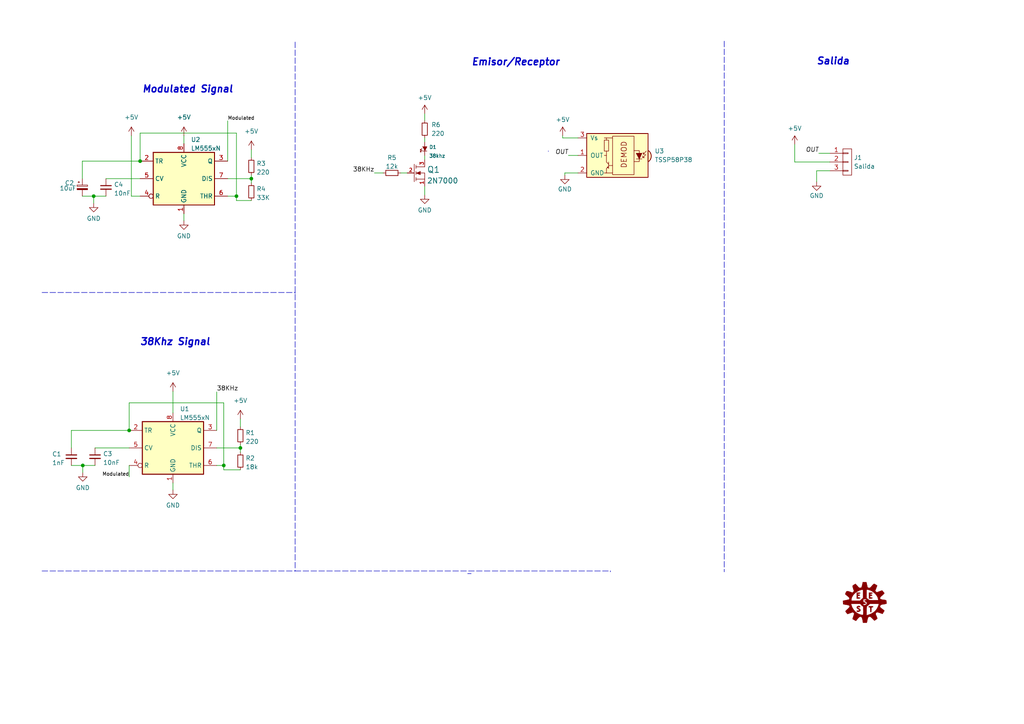
<source format=kicad_sch>
(kicad_sch (version 20211123) (generator eeschema)
  (paper "A4")
  (title_block (title "Sensor proximidad IR") (date "2022-09-18") (rev "0.1") (company "E.E.S.T. N°5 \"2 de Abril\" de Temperley") (comment 1 "Autor: Leandro Benitez"))
  (lib_symbols
    (symbol "Device:C_Polarized_Small" (pin_numbers hide) (pin_names (offset 0.254) hide)
      (property "Reference" "C" (at 0.254 1.778 0))
      (property "Value" "C_Polarized_Small" (at 0.254 -2.032 0))
      (symbol "C_Polarized_Small_0_1"
        (rectangle (start -1.524 -0.3048) (end 1.524 -0.6858) (fill (type outline)))
        (rectangle (start -1.524 0.6858) (end 1.524 0.3048))
        (polyline (pts (xy -1.27 1.524) (xy -0.762 1.524)))
        (polyline (pts (xy -1.016 1.27) (xy -1.016 1.778)))
      )
      (symbol "C_Polarized_Small_1_1"
        (pin passive line (at 0 2.54 270) (length 1.8542) (name "~") (number "1"))
        (pin passive line (at 0 -2.54 90) (length 1.8542) (name "~") (number "2"))
      )
    )
    (symbol "Device:C_Small" (pin_numbers hide) (pin_names (offset 0.254) hide)
      (property "Reference" "C" (at 0.254 1.778 0))
      (property "Value" "C_Small" (at 0.254 -2.032 0))
      (symbol "C_Small_0_1"
        (polyline (pts (xy -1.524 -0.508) (xy 1.524 -0.508)) (stroke (width 0.3302)))
        (polyline (pts (xy -1.524 0.508) (xy 1.524 0.508)) (stroke (width 0.3048)))
      )
      (symbol "C_Small_1_1"
        (pin passive line (at 0 2.54 270) (length 2.032) (name "~") (number "1"))
        (pin passive line (at 0 -2.54 90) (length 2.032) (name "~") (number "2"))
      )
    )
    (symbol "Device:R_Small" (pin_numbers hide) (pin_names (offset 0.254) hide)
      (property "Reference" "R" (at 0.762 0.508 0))
      (property "Value" "R_Small" (at 0.762 -1.016 0))
      (symbol "R_Small_0_1"
        (rectangle (start -0.762 1.778) (end 0.762 -1.778) (stroke (width 0.2032)))
      )
      (symbol "R_Small_1_1"
        (pin passive line (at 0 2.54 270) (length 0.762) (name "~") (number "1"))
        (pin passive line (at 0 -2.54 90) (length 0.762) (name "~") (number "2"))
      )
    )
    (symbol "EESTN5:2N7000" (pin_names (offset 0.762) hide)
      (property "Reference" "Q" (at -2.4638 6.35 0))
      (property "Value" "2N7000" (at 0 -6.35 0))
      (symbol "2N7000_0_1"
        (polyline (pts (xy -0.508 2.54) (xy -0.508 -2.54) (xy -0.508 -2.54)) (fill (type outline)))
        (polyline (pts (xy 0 -2.286) (xy 0 -1.27) (xy 0 -1.27)) (fill (type outline)))
        (polyline (pts (xy 0 -0.508) (xy 0 0.508) (xy 0 0.508)) (fill (type outline)))
        (polyline (pts (xy 0 1.27) (xy 0 2.286) (xy 0 2.286)) (fill (type outline)))
        (polyline (pts (xy 0 1.778) (xy 2.54 1.778) (xy 2.54 1.778)))
        (polyline (pts (xy 1.27 0.508) (xy 1.27 -0.508) (xy 0 0) (xy 0 0)) (fill (type outline)))
        (polyline (pts (xy 0 -1.778) (xy 2.54 -1.778) (xy 2.54 0) (xy 1.27 0) (xy 1.27 0)))
      )
      (symbol "2N7000_1_1"
        (pin passive line (at 2.54 -3.81 90) (length 2.032) (name "S") (number "1"))
        (pin input line (at -2.54 0 0) (length 2.032) (name "G") (number "2"))
        (pin passive line (at 2.54 3.81 270) (length 2.032) (name "D") (number "3"))
      )
    )
    (symbol "EESTN5:Conn_01X03" (pin_names (offset 1.016) hide)
      (property "Reference" "J" (at 0 5.08 0))
      (property "Value" "Conn_01X03" (at 0 -5.08 0))
      (symbol "Conn_01X03_0_1"
        (rectangle (start -1.27 -2.413) (end 0.254 -2.667))
        (rectangle (start -1.27 0.127) (end 0.254 -0.127))
        (rectangle (start -1.27 2.667) (end 0.254 2.413))
        (rectangle (start -1.27 3.81) (end 1.27 -3.81))
      )
      (symbol "Conn_01X03_1_1"
        (pin passive line (at -5.08 2.54 0) (length 3.81) (name "P1") (number "1"))
        (pin passive line (at -5.08 0 0) (length 3.81) (name "P2") (number "2"))
        (pin passive line (at -5.08 -2.54 0) (length 3.81) (name "P3") (number "3"))
      )
    )
    (symbol "EESTN5:LED" (pin_numbers hide) (pin_names (offset 1.016) hide)
      (property "Reference" "LED" (at 0 2.54 0))
      (property "Value" "LED" (at 0 -2.54 0))
      (symbol "LED_0_1"
        (polyline (pts (xy 0.508 -0.762) (xy 1.016 -1.27) (xy 1.016 -1.27)))
        (polyline (pts (xy 1.016 -0.762) (xy 1.524 -1.27) (xy 1.524 -1.27)))
        (polyline (pts (xy 1.27 -0.635) (xy 1.27 0.635) (xy 1.27 0.635)))
        (polyline (pts (xy 1.27 0) (xy 0 0.635) (xy 0 -0.635) (xy 0 -0.635)) (fill (type outline)))
        (polyline (pts (xy 1.524 -1.27) (xy 1.27 -1.27) (xy 1.524 -1.016) (xy 1.524 -1.27) (xy 1.524 -1.27)) (fill (type outline)))
        (polyline (pts (xy 1.016 -1.27) (xy 0.762 -1.27) (xy 1.016 -1.016) (xy 1.016 -1.27) (xy 1.016 -1.27) (xy 1.016 -1.27)) (fill (type outline)))
      )
      (symbol "LED_1_1"
        (pin passive line (at -1.27 0 0) (length 1.27) (name "A") (number "1"))
        (pin passive line (at 2.54 0 180) (length 1.27) (name "K") (number "2"))
      )
    )
    (symbol "EESTN5:LOGO_ROTULO" (pin_names (offset 1.016))
      (symbol "LOGO_ROTULO_0_0"
        (polyline (pts (xy 1.8034 -2.921) (xy 1.8796 -2.8194) (xy 1.905 -2.6162) (xy 1.9304 -2.2352) (xy 1.9304 -1.7272) (xy 1.9558 -1.5748) (xy 2.032 -1.524) (xy 2.1844 -1.524) (xy 2.3368 -1.4732) (xy 2.4384 -1.3716) (xy 2.413 -1.3208) (xy 2.3368 -1.2446) (xy 2.1336 -1.2192) (xy 1.2954 -1.2192) (xy 1.143 -1.27) (xy 1.1176 -1.3716) (xy 1.143 -1.4478) (xy 1.3716 -1.524) (xy 1.4224 -1.524) (xy 1.524 -1.5494) (xy 1.5748 -1.6256) (xy 1.6002 -1.8542) (xy 1.6256 -2.2352) (xy 1.6256 -2.7432) (xy 1.6764 -2.8956) (xy 1.778 -2.9464) (xy 1.8034 -2.921)) (stroke (width 0.0254)) (fill (type outline)))
        (polyline (pts (xy -1.5748 1.0414) (xy -1.397 1.0922) (xy -1.3208 1.1684) (xy -1.3462 1.1938) (xy -1.4224 1.2954) (xy -1.6764 1.3208) (xy -1.905 1.3462) (xy -2.0066 1.4224) (xy -2.032 1.5748) (xy -2.032 1.7018) (xy -1.9558 1.8034) (xy -1.7272 1.8288) (xy -1.524 1.8796) (xy -1.4224 1.9812) (xy -1.4986 2.1082) (xy -1.7272 2.1336) (xy -1.9558 2.1844) (xy -2.032 2.286) (xy -2.032 2.3114) (xy -1.9558 2.413) (xy -1.6764 2.4384) (xy -1.651 2.4638) (xy -1.4224 2.4892) (xy -1.3208 2.5908) (xy -1.3716 2.6924) (xy -1.524 2.7432) (xy -2.3368 2.7432) (xy -2.3368 1.016) (xy -1.8288 1.016) (xy -1.5748 1.0414)) (stroke (width 0.0254)) (fill (type outline)))
        (polyline (pts (xy 1.9812 1.0414) (xy 2.159 1.0922) (xy 2.2352 1.1684) (xy 2.2098 1.1938) (xy 2.1336 1.2954) (xy 1.8796 1.3208) (xy 1.651 1.3462) (xy 1.5494 1.4224) (xy 1.524 1.5748) (xy 1.524 1.7018) (xy 1.6002 1.8034) (xy 1.8288 1.8288) (xy 2.032 1.8796) (xy 2.1336 1.9812) (xy 2.0574 2.1082) (xy 1.8288 2.1336) (xy 1.6002 2.1844) (xy 1.524 2.286) (xy 1.524 2.3114) (xy 1.6002 2.413) (xy 1.8796 2.4384) (xy 1.905 2.4638) (xy 2.1336 2.4892) (xy 2.2352 2.5908) (xy 2.1844 2.6924) (xy 2.032 2.7432) (xy 1.2192 2.7432) (xy 1.2192 1.016) (xy 1.7272 1.016) (xy 1.9812 1.0414)) (stroke (width 0.0254)) (fill (type outline)))
        (polyline (pts (xy -1.6256 -2.7686) (xy -1.4224 -2.667) (xy -1.27 -2.4892) (xy -1.2446 -2.2606) (xy -1.397 -2.0066) (xy -1.778 -1.778) (xy -1.905 -1.6764) (xy -2.032 -1.524) (xy -2.032 -1.4478) (xy -1.9304 -1.4224) (xy -1.4732 -1.4732) (xy -1.3716 -1.4478) (xy -1.3462 -1.3208) (xy -1.4732 -1.1684) (xy -1.7272 -1.1176) (xy -1.9812 -1.143) (xy -2.1844 -1.27) (xy -2.2606 -1.3208) (xy -2.3368 -1.5748) (xy -2.2352 -1.8288) (xy -1.9304 -2.032) (xy -1.6764 -2.2098) (xy -1.6002 -2.3368) (xy -1.6764 -2.4384) (xy -1.9558 -2.4638) (xy -1.9812 -2.4638) (xy -2.2606 -2.4892) (xy -2.3622 -2.6162) (xy -2.286 -2.7686) (xy -2.159 -2.8194) (xy -1.905 -2.8194) (xy -1.6256 -2.7686)) (stroke (width 0.0254)) (fill (type outline)))
        (polyline (pts (xy 0.762 -5.1816) (xy 0.8128 -4.953) (xy 0.9144 -4.6228) (xy 0.9906 -4.445) (xy 1.0922 -4.318) (xy 1.2446 -4.2418) (xy 1.3716 -4.2164) (xy 1.524 -4.2164) (xy 1.6764 -4.2926) (xy 1.8796 -4.4704) (xy 2.794 -5.3848) (xy 3.2258 -5.1054) (xy 3.3782 -5.0038) (xy 3.556 -4.8514) (xy 3.6576 -4.7498) (xy 3.6068 -4.6482) (xy 3.5306 -4.4196) (xy 3.4036 -4.0894) (xy 3.302 -3.8862) (xy 3.175 -3.5814) (xy 3.1496 -3.3782) (xy 3.2004 -3.2258) (xy 3.429 -2.9972) (xy 3.556 -2.9464) (xy 3.7084 -2.9718) (xy 3.9624 -3.0226) (xy 4.3688 -3.1496) (xy 5.1562 -3.429) (xy 5.4102 -2.9718) (xy 5.5118 -2.8194) (xy 5.6388 -2.5908) (xy 5.6896 -2.4892) (xy 5.6642 -2.4892) (xy 5.5626 -2.3622) (xy 5.3086 -2.1844) (xy 5.0038 -1.9558) (xy 4.6736 -1.6764) (xy 4.445 -1.4732) (xy 4.3942 -1.3208) (xy 4.4196 -1.27) (xy 4.4704 -1.0922) (xy 4.572 -0.9144) (xy 4.7752 -0.762) (xy 5.0292 -0.7112) (xy 5.1308 -0.6858) (xy 5.4356 -0.6604) (xy 5.7658 -0.5842) (xy 6.2992 -0.4826) (xy 6.2992 0.0254) (xy 6.2738 0.0508) (xy 6.2738 0.3048) (xy 6.223 0.4572) (xy 6.096 0.5588) (xy 5.842 0.6096) (xy 5.4356 0.6604) (xy 5.1054 0.7112) (xy 4.7752 0.7874) (xy 4.572 0.8382) (xy 4.4704 0.9398) (xy 4.4196 1.0922) (xy 4.4196 1.2446) (xy 4.5212 1.397) (xy 4.699 1.6256) (xy 5.0292 1.905) (xy 5.1562 2.0066) (xy 5.6134 2.4638) (xy 5.6642 2.54) (xy 5.6642 2.5908) (xy 5.5372 2.7686) (xy 5.334 2.9972) (xy 5.0292 3.3782) (xy 3.4544 2.8194) (xy 3.2258 3.0226) (xy 2.9972 3.2512) (xy 3.302 3.9878) (xy 3.3274 4.0894) (xy 3.4544 4.4196) (xy 3.556 4.6736) (xy 3.5814 4.7752) (xy 3.5052 4.8514) (xy 3.302 4.9784) (xy 3.048 5.1308) (xy 2.8448 5.2324) (xy 2.7178 5.2832) (xy 2.6924 5.2832) (xy 2.5908 5.2324) (xy 2.4384 5.1054) (xy 2.2098 4.8768) (xy 1.8796 4.4958) (xy 1.524 4.1402) (xy 1.3716 4.0894) (xy 1.143 4.1148) (xy 0.889 4.2164) (xy 0.7874 4.3434) (xy 0.7366 4.5974) (xy 0.635 5.0038) (xy 0.4572 5.7912) (xy -0.5842 5.7912) (xy -0.7112 5.1054) (xy -0.8128 4.699) (xy -0.889 4.4196) (xy -0.9652 4.2418) (xy -1.0922 4.1656) (xy -1.2954 4.1148) (xy -1.524 4.1148) (xy -1.6764 4.191) (xy -1.8796 4.3688) (xy -2.1336 4.6736) (xy -2.6924 5.2832) (xy -3.0988 5.0546) (xy -3.2258 4.953) (xy -3.4544 4.8006) (xy -3.556 4.6736) (xy -3.5306 4.5212) (xy -3.4544 4.2164) (xy -3.3528 3.8608) (xy -3.1242 3.175) (xy -3.3528 2.9464) (xy -3.556 2.7178) (xy -4.0386 2.8956) (xy -4.572 3.0734) (xy -4.9022 3.1496) (xy -5.0546 3.1496) (xy -5.2324 3.1242) (xy -5.3594 3.0226) (xy -5.5118 2.7432) (xy -5.5626 2.6162) (xy -5.6388 2.3876) (xy -5.6388 2.2606) (xy -5.5118 2.1336) (xy -5.2832 1.9558) (xy -4.9784 1.7018) (xy -4.7752 1.524) (xy -4.5466 1.3208) (xy -4.4704 1.143) (xy -4.445 0.9906) (xy -4.4704 0.889) (xy -4.5212 0.8128) (xy -4.6228 0.7366) (xy -4.826 0.6858) (xy -5.1562 0.6096) (xy -5.6388 0.508) (xy -6.1722 0.4064) (xy -3.8608 0.4064) (xy -3.8608 0.7874) (xy -3.8354 1.1176) (xy -3.6068 1.6256) (xy -3.2512 2.159) (xy -2.7686 2.6416) (xy -2.6416 2.7432) (xy -2.159 3.048) (xy -1.651 3.3274) (xy -1.1684 3.5052) (xy -0.762 3.556) (xy -0.508 3.556) (xy -0.508 1.1938) (xy -0.5588 1.143) (xy 0.508 1.143) (xy 0.508 3.429) (xy 0.5588 3.5814) (xy 0.6096 3.6322) (xy 0.6858 3.6322) (xy 0.9144 3.5814) (xy 1.1938 3.5052) (xy 1.3462 3.4798) (xy 1.9304 3.2512) (xy 2.4892 2.8702) (xy 2.9972 2.413) (xy 3.429 1.905) (xy 3.7338 1.3716) (xy 3.8608 0.8636) (xy 3.9116 0.5588) (xy 2.5654 0.5334) (xy 2.0066 0.5334) (xy 1.5748 0.5588) (xy 1.2954 0.5842) (xy 1.2192 0.6096) (xy 1.0668 0.762) (xy 0.8636 0.9144) (xy 0.508 1.143) (xy -0.5588 1.143) (xy -0.9398 0.8128) (xy -1.3716 0.4064) (xy -3.8608 0.4064) (xy -6.1722 0.4064) (xy -6.3246 0.381) (xy -6.2992 -0.127) (xy -6.2738 -0.508) (xy -3.9878 -0.508) (xy -1.3208 -0.508) (xy -1.1938 -0.6604) (xy -0.508 -0.6604) (xy -0.4318 -0.5588) (xy -0.127 -0.5334) (xy 0.0762 -0.5334) (xy 0.2032 -0.4826) (xy 0.254 -0.3556) (xy 0.2286 -0.2794) (xy 0.1524 -0.1524) (xy -0.0762 -0.1016) (xy -0.2032 -0.1016) (xy -0.3556 -0.0508) (xy -0.4064 0.1016) (xy -0.4064 0.8128) (xy 0.2286 0.8128) (xy 0.4318 0.762) (xy 0.508 0.6604) (xy 0.4318 0.5588) (xy 0.2032 0.508) (xy 0 0.4826) (xy -0.1016 0.4064) (xy -0.0254 0.2794) (xy 0.2286 0.1524) (xy 0.3556 0.127) (xy 0.508 -0.0254) (xy 0.5842 -0.254) (xy 0.5842 -0.2794) (xy 0.5588 -0.5588) (xy 0.381 -0.7366) (xy 0.3302 -0.762) (xy 0.0508 -0.8636) (xy -0.2286 -0.889) (xy -0.4318 -0.8128) (xy -0.508 -0.6604) (xy -1.1938 -0.6604) (xy -1.016 -0.8636) (xy -0.9144 -0.9652) (xy -0.7112 -1.143) (xy -0.5588 -1.2192) (xy -0.508 -1.2192) (xy -0.4572 -1.3462) (xy -0.4318 -1.5494) (xy -0.4318 -1.9304) (xy -0.4318 -2.032) (xy 0.508 -2.032) (xy 0.5334 -1.5748) (xy 0.5588 -1.2954) (xy 0.5842 -1.2192) (xy 0.6604 -1.1938) (xy 0.8382 -1.0414) (xy 1.0922 -0.8636) (xy 1.4732 -0.508) (xy 4.064 -0.508) (xy 3.9878 -0.8382) (xy 3.9878 -0.889) (xy 3.81 -1.3462) (xy 3.556 -1.8542) (xy 3.2258 -2.3368) (xy 2.921 -2.667) (xy 2.6924 -2.8448) (xy 2.3114 -3.1242) (xy 1.9304 -3.3274) (xy 1.6256 -3.4798) (xy 1.2192 -3.6322) (xy 0.9144 -3.7338) (xy 0.508 -3.8354) (xy 0.508 -2.032) (xy -0.4318 -2.032) (xy -0.4064 -2.4892) (xy -0.4064 -2.8448) (xy -0.4318 -3.302) (xy -0.4572 -3.5814) (xy -0.5588 -3.7084) (xy -0.7366 -3.7592) (xy -0.9906 -3.683) (xy -1.3716 -3.5814) (xy -1.9304 -3.3528) (xy -2.6162 -2.8956) (xy -3.175 -2.286) (xy -3.6322 -1.5748) (xy -3.9116 -0.7874) (xy -3.9878 -0.508) (xy -6.2738 -0.508) (xy -6.2484 -0.635) (xy -5.3848 -0.7874) (xy -5.0546 -0.8382) (xy -4.7498 -0.9144) (xy -4.572 -0.9652) (xy -4.4704 -1.0668) (xy -4.4196 -1.1938) (xy -4.4196 -1.3716) (xy -4.4958 -1.524) (xy -4.6736 -1.7272) (xy -4.9784 -2.032) (xy -5.08 -2.1082) (xy -5.5372 -2.5654) (xy -5.6134 -2.6924) (xy -5.588 -2.7178) (xy -5.4864 -2.8956) (xy -5.3086 -3.1242) (xy -5.0292 -3.4798) (xy -4.2164 -3.2004) (xy -3.8608 -3.0734) (xy -3.6068 -2.9972) (xy -3.429 -2.9972) (xy -3.3274 -3.0226) (xy -3.2258 -3.1242) (xy -3.1496 -3.2258) (xy -3.0988 -3.3274) (xy -3.0988 -3.4798) (xy -3.175 -3.7084) (xy -3.302 -4.1148) (xy -3.3528 -4.2418) (xy -3.4544 -4.572) (xy -3.5306 -4.826) (xy -3.5306 -4.9276) (xy -3.5052 -4.953) (xy -3.302 -5.0546) (xy -3.048 -5.207) (xy -2.5654 -5.461) (xy -2.0574 -4.826) (xy -1.7526 -4.4958) (xy -1.524 -4.318) (xy -1.3462 -4.2418) (xy -1.1684 -4.2418) (xy -1.016 -4.2926) (xy -0.9144 -4.3942) (xy -0.8128 -4.5974) (xy -0.7112 -4.9276) (xy -0.6096 -5.4102) (xy -0.508 -5.9944) (xy 0.5842 -5.9944) (xy 0.762 -5.1816)) (stroke (width 0.0254)) (fill (type outline)))
      )
    )
    (symbol "Sensor_Proximity:TSSP58P38" (pin_names (offset 1.016))
      (property "Reference" "U" (at -10.16 7.62 0))
      (property "Value" "TSSP58P38" (at -10.16 -7.62 0))
      (symbol "TSSP58P38_0_0"
        (arc (start -10.287 1.397) (mid -11.0899 -0.1905) (end -10.287 -1.778) (stroke (width 0.254)) (fill (type background)))
        (polyline (pts (xy 1.905 -5.08) (xy 0.127 -5.08)))
        (polyline (pts (xy 1.905 5.08) (xy 0.127 5.08)))
        (text "DEMOD" (at -3.175 0.254 900) (effects (font (size 1.524 1.524))))
      )
      (symbol "TSSP58P38_0_1"
        (rectangle (start -6.096 5.588) (end 0.127 -5.588))
        (polyline (pts (xy -8.763 0.381) (xy -9.652 1.27)))
        (polyline (pts (xy -8.763 0.381) (xy -9.271 0.381)))
        (polyline (pts (xy -8.763 0.381) (xy -8.763 0.889)))
        (polyline (pts (xy -8.636 -0.635) (xy -9.525 0.254)))
        (polyline (pts (xy -8.636 -0.635) (xy -9.144 -0.635)))
        (polyline (pts (xy -8.636 -0.635) (xy -8.636 -0.127)))
        (polyline (pts (xy -8.382 -1.016) (xy -6.731 -1.016)))
        (polyline (pts (xy 1.27 -2.921) (xy 0.127 -2.921)))
        (polyline (pts (xy 1.27 -1.905) (xy 1.27 -3.81)))
        (polyline (pts (xy 1.397 -3.556) (xy 1.524 -3.556)))
        (polyline (pts (xy 1.651 -3.556) (xy 1.524 -3.556)))
        (polyline (pts (xy 1.651 -3.556) (xy 1.651 -3.302)))
        (polyline (pts (xy 1.905 0) (xy 1.905 1.27)))
        (polyline (pts (xy 1.905 4.445) (xy 1.905 5.08) (xy 2.54 5.08)))
        (polyline (pts (xy -8.382 0.635) (xy -6.731 0.635) (xy -7.62 -1.016) (xy -8.382 0.635)) (fill (type outline)))
        (polyline (pts (xy -6.096 1.397) (xy -7.62 1.397) (xy -7.62 -1.778) (xy -6.096 -1.778)))
        (polyline (pts (xy 1.27 -3.175) (xy 1.905 -3.81) (xy 1.905 -5.08) (xy 2.54 -5.08)))
        (polyline (pts (xy 1.27 -2.54) (xy 1.905 -1.905) (xy 1.905 0) (xy 2.54 0)))
        (rectangle (start 2.54 1.27) (end 1.27 4.445))
        (rectangle (start 7.62 6.35) (end -10.16 -6.35) (stroke (width 0.254)) (fill (type background)))
      )
      (symbol "TSSP58P38_1_1"
        (pin output line (at 10.16 0 180) (length 2.54) (name "OUT") (number "1"))
        (pin power_in line (at 10.16 -5.08 180) (length 2.54) (name "GND") (number "2"))
        (pin power_in line (at 10.16 5.08 180) (length 2.54) (name "Vs") (number "3"))
      )
    )
    (symbol "Timer:LM555xN"
      (property "Reference" "U" (at -10.16 8.89 0))
      (property "Value" "LM555xN" (at 2.54 8.89 0))
      (symbol "LM555xN_0_0"
        (pin power_in line (at 0 -10.16 90) (length 2.54) (name "GND") (number "1"))
        (pin power_in line (at 0 10.16 270) (length 2.54) (name "VCC") (number "8"))
      )
      (symbol "LM555xN_0_1"
        (rectangle (start -8.89 -7.62) (end 8.89 7.62) (stroke (width 0.254)) (fill (type background)))
        (rectangle (start -8.89 -7.62) (end 8.89 7.62) (stroke (width 0.254)) (fill (type background)))
      )
      (symbol "LM555xN_1_1"
        (pin input line (at -12.7 5.08 0) (length 3.81) (name "TR") (number "2"))
        (pin output line (at 12.7 5.08 180) (length 3.81) (name "Q") (number "3"))
        (pin input inverted (at -12.7 -5.08 0) (length 3.81) (name "R") (number "4"))
        (pin input line (at -12.7 0 0) (length 3.81) (name "CV") (number "5"))
        (pin input line (at 12.7 -5.08 180) (length 3.81) (name "THR") (number "6"))
        (pin input line (at 12.7 0 180) (length 3.81) (name "DIS") (number "7"))
      )
    )
    (symbol "power:+5V" (power) (pin_names (offset 0))
      (property "Value" "+5V" (at 0 3.556 0))
      (symbol "+5V_0_1"
        (polyline (pts (xy -0.762 1.27) (xy 0 2.54)))
        (polyline (pts (xy 0 0) (xy 0 2.54)))
        (polyline (pts (xy 0 2.54) (xy 0.762 1.27)))
      )
      (symbol "+5V_1_1"
        (pin power_in line (at 0 0 90) (length 0) hide (name "+5V") (number "1"))
      )
    )
    (symbol "power:GND" (power) (pin_names (offset 0))
      (property "Value" "GND" (at 0 -3.81 0))
      (symbol "GND_0_1"
        (polyline (pts (xy 0 0) (xy 0 -1.27) (xy 1.27 -1.27) (xy 0 -2.54) (xy -1.27 -1.27) (xy 0 -1.27)))
      )
      (symbol "GND_1_1"
        (pin power_in line (at 0 0 270) (length 0) hide (name "GND") (number "1"))
      )
    )
  )
  (junction (at 40.64 46.736))
  (junction (at 64.897 135.001))
  (junction (at 69.723 129.921))
  (junction (at 24.003 135.001))
  (junction (at 27.178 56.896))
  (junction (at 68.58 56.896))
  (junction (at 37.465 124.841))
  (junction (at 72.898 51.816))
  (polyline (pts (xy 85.598 165.608) (xy 177.038 165.608)))
  (wire (pts (xy 20.701 124.841) (xy 37.465 124.841)))
  (wire (pts (xy 23.876 46.736) (xy 40.64 46.736)))
  (wire (pts (xy 66.04 35.052) (xy 66.04 46.736)))
  (wire (pts (xy 68.58 38.608) (xy 40.64 38.608)))
  (wire (pts (xy 64.897 136.271) (xy 69.723 136.271)))
  (wire (pts (xy 66.04 51.816) (xy 72.898 51.816)))
  (wire (pts (xy 237.49 44.45) (xy 240.665 44.45)))
  (wire (pts (xy 236.855 49.53) (xy 240.665 49.53)))
  (wire (pts (xy 23.876 56.896) (xy 27.178 56.896)))
  (polyline (pts (xy 12.192 84.836) (xy 85.598 84.836)))
  (wire (pts (xy 20.701 135.001) (xy 24.003 135.001)))
  (wire (pts (xy 37.465 124.841) (xy 37.465 116.84)))
  (polyline (pts (xy 12.192 165.608) (xy 85.598 165.608)))
  (wire (pts (xy 62.865 113.665) (xy 62.865 124.841)))
  (polyline (pts (xy 177.038 165.608) (xy 177.038 165.862)))
  (wire (pts (xy 123.19 45.085) (xy 123.19 46.355)))
  (wire (pts (xy 108.585 50.165) (xy 111.125 50.165)))
  (wire (pts (xy 69.723 128.905) (xy 69.723 129.921)))
  (wire (pts (xy 40.64 38.608) (xy 40.64 46.736)))
  (wire (pts (xy 64.897 136.271) (xy 64.897 135.001)))
  (wire (pts (xy 236.855 52.705) (xy 236.855 49.53)))
  (wire (pts (xy 164.846 45.085) (xy 167.64 45.085)))
  (wire (pts (xy 50.165 113.538) (xy 50.165 119.761)))
  (wire (pts (xy 24.003 135.001) (xy 24.003 137.033)))
  (wire (pts (xy 64.897 116.84) (xy 64.897 135.001)))
  (wire (pts (xy 68.58 56.896) (xy 68.58 58.166)))
  (wire (pts (xy 68.58 58.166) (xy 72.898 58.166)))
  (polyline (pts (xy 135.636 166.37) (xy 136.652 166.37)))
  (wire (pts (xy 163.195 40.005) (xy 163.195 39.37)))
  (wire (pts (xy 62.865 129.921) (xy 69.723 129.921)))
  (wire (pts (xy 72.898 43.434) (xy 72.898 45.72)))
  (wire (pts (xy 163.83 50.165) (xy 163.83 50.8)))
  (wire (pts (xy 64.897 135.001) (xy 62.865 135.001)))
  (wire (pts (xy 240.665 46.99) (xy 230.505 46.99)))
  (polyline (pts (xy 159.0548 43.9166) (xy 159.0548 43.7896)))
  (wire (pts (xy 167.64 50.165) (xy 163.83 50.165)))
  (wire (pts (xy 123.19 53.975) (xy 123.19 56.515)))
  (wire (pts (xy 30.734 51.816) (xy 40.64 51.816)))
  (wire (pts (xy 66.04 56.896) (xy 68.58 56.896)))
  (wire (pts (xy 24.003 135.001) (xy 27.559 135.001)))
  (wire (pts (xy 50.165 140.081) (xy 50.165 142.113)))
  (wire (pts (xy 27.178 56.896) (xy 27.178 58.928)))
  (wire (pts (xy 27.178 56.896) (xy 30.734 56.896)))
  (polyline (pts (xy 210.058 11.938) (xy 210.058 165.862)))
  (wire (pts (xy 72.898 51.816) (xy 72.898 53.086)))
  (wire (pts (xy 27.559 129.921) (xy 37.465 129.921)))
  (wire (pts (xy 72.898 50.8) (xy 72.898 51.816)))
  (wire (pts (xy 230.505 46.99) (xy 230.505 41.91)))
  (wire (pts (xy 38.1 56.896) (xy 40.64 56.896)))
  (wire (pts (xy 123.19 40.005) (xy 123.19 41.275)))
  (polyline (pts (xy 85.598 12.192) (xy 85.598 165.608)))
  (wire (pts (xy 123.19 33.02) (xy 123.19 34.925)))
  (wire (pts (xy 69.723 129.921) (xy 69.723 131.191)))
  (wire (pts (xy 167.64 40.005) (xy 163.195 40.005)))
  (wire (pts (xy 68.58 56.896) (xy 68.58 38.608)))
  (wire (pts (xy 23.876 51.816) (xy 23.876 46.736)))
  (wire (pts (xy 37.465 138.303) (xy 37.465 135.001)))
  (wire (pts (xy 69.723 121.539) (xy 69.723 123.825)))
  (wire (pts (xy 53.34 61.976) (xy 53.34 64.008)))
  (wire (pts (xy 53.34 39.37) (xy 53.34 41.656)))
  (wire (pts (xy 37.465 116.84) (xy 64.897 116.84)))
  (wire (pts (xy 38.1 39.37) (xy 38.1 56.896)))
  (polyline (pts (xy 85.598 84.836) (xy 85.598 85.09)))
  (wire (pts (xy 20.701 129.921) (xy 20.701 124.841)))
  (wire (pts (xy 116.205 50.165) (xy 118.11 50.165)))
  (text "Emisor/Receptor\n" (at 136.652 19.304 0) (effects (font (size 2 2) (thickness 0.4) bold italic) (justify left bottom)))
  (text "38Khz Signal \n" (at 40.513 100.457 0) (effects (font (size 2 2) (thickness 0.4) bold italic) (justify left bottom)))
  (text "Salida\n" (at 236.728 19.05 0) (effects (font (size 2 2) (thickness 0.4) bold italic) (justify left bottom)))
  (text "Modulated Signal " (at 41.148 27.178 0) (effects (font (size 2 2) (thickness 0.4) bold italic) (justify left bottom)))
  (label "OUT" (at 164.846 45.085 180) (effects (font italic)))
  (label "38KHz" (at 62.865 113.665 0))
  (label "Modulated" (at 37.465 138.303 180) (effects (font (size 1 1))))
  (label "OUT" (at 237.49 44.45 180) (effects (font italic)))
  (label "38KHz" (at 108.585 50.165 180))
  (label "Modulated" (at 66.04 35.052 0) (effects (font (size 1 1))))
  (symbol (lib_id "power:GND") (at 163.83 50.8 0) (mirror y) (unit 1)
    (property "Reference" "#PWR013" (effects hide))
    (property "Value" "GND" (at 163.83 54.864 0))
  )
  (symbol (lib_id "Timer:LM555xN") (at 53.34 51.816 0) (unit 1)
    (property "Reference" "U2" (at 55.3594 40.4962 0) (effects (justify left)))
    (property "Value" "LM555xN" (at 55.3594 43.0331 0) (effects (justify left)))
    (property "Footprint" "EESTN5:SOIC-8_Hand_Soldering" (effects hide))
    (property "Datasheet" "http://www.ti.com/lit/ds/symlink/lm555.pdf" (effects hide))
  )
  (symbol (lib_id "power:+5V") (at 72.898 43.434 0) (unit 1)
    (property "Reference" "#PWR09" (effects hide))
    (property "Value" "+5V" (at 72.898 38.0746 0))
  )
  (symbol (lib_id "EESTN5:LED") (at 123.19 42.545 270) (unit 1)
    (property "Reference" "D1" (at 124.46 42.672 90) (effects (font (size 1.016 1.016)) (justify left)))
    (property "Value" "38khz" (at 124.46 45.212 90) (effects (font (size 1.016 1.016)) (justify left)))
    (property "Footprint" "EESTN5:led_5mm_clear" (effects hide))
  )
  (symbol (lib_id "power:+5V") (at 38.1 39.37 0) (unit 1)
    (property "Reference" "#PWR03" (effects hide))
    (property "Value" "+5V" (at 38.1 34.0106 0))
  )
  (symbol (lib_id "power:GND") (at 24.003 137.033 0) (unit 1)
    (property "Reference" "#PWR01" (effects hide))
    (property "Value" "GND" (at 24.003 141.4764 0))
  )
  (symbol (lib_id "Device:C_Polarized_Small") (at 23.876 54.356 0) (unit 1)
    (property "Reference" "C2" (at 18.796 53.086 0) (effects (justify left)))
    (property "Value" "10uF" (at 17.272 54.61 0) (effects (justify left)))
    (property "Footprint" "EESTN5:CAP_ELEC_5x11mm" (effects hide))
  )
  (symbol (lib_id "Device:R_Small") (at 113.665 50.165 90) (unit 1)
    (property "Reference" "R5" (at 113.665 45.7286 90))
    (property "Value" "12k" (at 113.665 48.2655 90))
    (property "Footprint" "EESTN5:R_1206" (effects hide))
  )
  (symbol (lib_id "Device:R_Small") (at 123.19 37.465 180) (unit 1)
    (property "Reference" "R6" (at 125.095 36.1949 0) (effects (justify right)))
    (property "Value" "220" (at 125.095 38.7349 0) (effects (justify right)))
    (property "Footprint" "EESTN5:R_1206" (effects hide))
  )
  (symbol (lib_id "power:+5V") (at 50.165 113.538 0) (unit 1)
    (property "Reference" "#PWR04" (effects hide))
    (property "Value" "+5V" (at 50.165 108.1786 0))
  )
  (symbol (lib_id "power:+5V") (at 123.19 33.02 0) (unit 1)
    (property "Reference" "#PWR010" (effects hide))
    (property "Value" "+5V" (at 123.19 28.3464 0))
  )
  (symbol (lib_id "power:+5V") (at 230.505 41.91 0) (unit 1)
    (property "Reference" "#PWR014" (effects hide))
    (property "Value" "+5V" (at 230.505 37.2364 0))
  )
  (symbol (lib_id "Device:R_Small") (at 69.723 133.731 0) (unit 1)
    (property "Reference" "R2" (at 71.2216 132.8963 0) (effects (justify left)))
    (property "Value" "18k" (at 71.2216 135.4332 0) (effects (justify left)))
    (property "Footprint" "EESTN5:R_1206" (effects hide))
  )
  (symbol (lib_id "power:GND") (at 50.165 142.113 0) (unit 1)
    (property "Reference" "#PWR05" (effects hide))
    (property "Value" "GND" (at 50.165 146.5564 0))
  )
  (symbol (lib_id "power:+5V") (at 163.195 39.37 0) (unit 1)
    (property "Reference" "#PWR012" (effects hide))
    (property "Value" "+5V" (at 163.195 34.6964 0))
  )
  (symbol (lib_id "Device:R_Small") (at 72.898 55.626 0) (unit 1)
    (property "Reference" "R4" (at 74.3966 54.7913 0) (effects (justify left)))
    (property "Value" "33K" (at 74.3966 57.3282 0) (effects (justify left)))
    (property "Footprint" "EESTN5:R_1206" (effects hide))
  )
  (symbol (lib_id "power:GND") (at 123.19 56.515 0) (unit 1)
    (property "Reference" "#PWR011" (effects hide))
    (property "Value" "GND" (at 123.19 60.9584 0))
  )
  (symbol (lib_id "EESTN5:Conn_01X03") (at 245.745 46.99 0) (unit 1)
    (property "Reference" "J1" (at 247.65 45.7199 0) (effects (justify left)))
    (property "Value" "Salida" (at 247.65 48.2599 0) (effects (justify left)))
    (property "Footprint" "EESTN5:Pin_Strip_3" (effects hide))
  )
  (symbol (lib_id "Sensor_Proximity:TSSP58P38") (at 177.8 45.085 0) (mirror y) (unit 1)
    (property "Reference" "U3" (at 189.865 43.8149 0) (effects (justify right)))
    (property "Value" "TSSP58P38" (at 189.865 46.3549 0) (effects (justify right)))
    (property "Footprint" "OptoDevice:Vishay_MINICAST-3Pin" (effects hide))
    (property "Datasheet" "http://www.vishay.com/docs/82462/tsop581.pdf" (effects hide))
  )
  (symbol (lib_id "power:GND") (at 27.178 58.928 0) (unit 1)
    (property "Reference" "#PWR02" (effects hide))
    (property "Value" "GND" (at 27.178 63.3714 0))
  )
  (symbol (lib_id "Timer:LM555xN") (at 50.165 129.921 0) (unit 1)
    (property "Reference" "U1" (at 52.1844 118.6012 0) (effects (justify left)))
    (property "Value" "LM555xN" (at 52.1844 121.1381 0) (effects (justify left)))
    (property "Footprint" "EESTN5:SOIC-8_Hand_Soldering" (effects hide))
    (property "Datasheet" "http://www.ti.com/lit/ds/symlink/lm555.pdf" (effects hide))
  )
  (symbol (lib_id "Device:C_Small") (at 27.559 132.461 0) (unit 1)
    (property "Reference" "C3" (at 29.8831 131.6326 0) (effects (justify left)))
    (property "Value" "10nF" (at 29.8831 134.1695 0) (effects (justify left)))
    (property "Footprint" "EESTN5:C_1206" (effects hide))
  )
  (symbol (lib_id "Device:C_Small") (at 30.734 54.356 0) (unit 1)
    (property "Reference" "C4" (at 33.0581 53.5276 0) (effects (justify left)))
    (property "Value" "10nF" (at 33.0581 56.0645 0) (effects (justify left)))
    (property "Footprint" "EESTN5:C_1206" (effects hide))
  )
  (symbol (lib_id "power:GND") (at 53.34 64.008 0) (unit 1)
    (property "Reference" "#PWR07" (effects hide))
    (property "Value" "GND" (at 53.34 68.4514 0))
  )
  (symbol (lib_id "power:+5V") (at 69.723 121.539 0) (unit 1)
    (property "Reference" "#PWR08" (effects hide))
    (property "Value" "+5V" (at 69.723 116.1796 0))
  )
  (symbol (lib_id "power:+5V") (at 53.34 39.37 0) (unit 1)
    (property "Reference" "#PWR06" (effects hide))
    (property "Value" "+5V" (at 53.34 34.0106 0))
  )
  (symbol (lib_id "Device:R_Small") (at 72.898 48.26 0) (unit 1)
    (property "Reference" "R3" (at 74.3966 47.4253 0) (effects (justify left)))
    (property "Value" "220" (at 74.3966 49.9622 0) (effects (justify left)))
    (property "Footprint" "EESTN5:R_1206" (effects hide))
  )
  (symbol (lib_id "Device:C_Small") (at 20.701 132.461 0) (unit 1)
    (property "Reference" "C1" (at 15.113 131.699 0) (effects (justify left)))
    (property "Value" "1nF" (at 15.113 134.2359 0) (effects (justify left)))
    (property "Footprint" "EESTN5:C_1206" (effects hide))
  )
  (symbol (lib_id "EESTN5:2N7000") (at 120.65 50.165 0) (unit 1)
    (property "Reference" "Q1" (at 123.825 49.1888 0) (effects (font (size 1.778 1.778)) (justify left)))
    (property "Value" "2N7000" (at 123.825 52.4105 0) (effects (font (size 1.524 1.524)) (justify left)))
    (property "Footprint" "EESTN5:to92" (effects hide))
    (property "Datasheet" "http://www.onsemi.com/pub_link/Collateral/2N7000-D.PDF" (effects hide))
  )
  (symbol (lib_id "EESTN5:LOGO_ROTULO") (at 250.825 174.625 0) (unit 1)
    (property "Reference" "#G1" (effects hide))
    (property "Value" "LOGO_ROTULO" (effects hide))
  )
  (symbol (lib_id "Device:R_Small") (at 69.723 126.365 0) (unit 1)
    (property "Reference" "R1" (at 71.2216 125.5303 0) (effects (justify left)))
    (property "Value" "220" (at 71.2216 128.0672 0) (effects (justify left)))
    (property "Footprint" "EESTN5:R_1206" (effects hide))
  )
  (symbol (lib_id "power:GND") (at 236.855 52.705 0) (unit 1)
    (property "Reference" "#PWR015" (effects hide))
    (property "Value" "GND" (at 236.855 56.769 0))
  )
)
</source>
